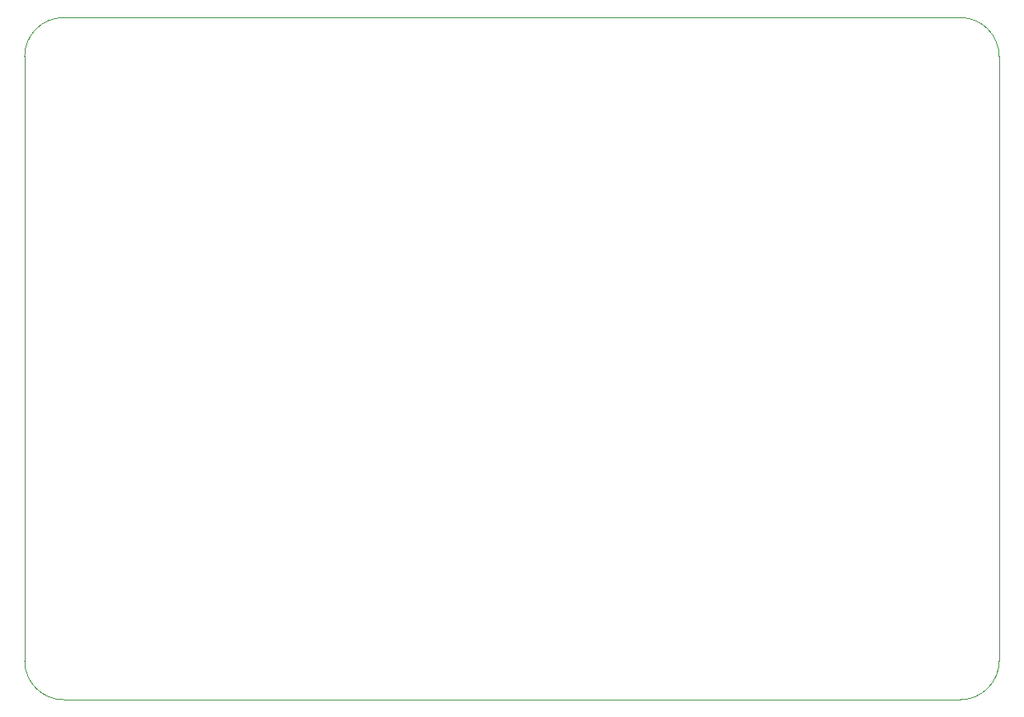
<source format=gm1>
G04 #@! TF.GenerationSoftware,KiCad,Pcbnew,8.0.5*
G04 #@! TF.CreationDate,2024-10-17T19:22:02+09:00*
G04 #@! TF.ProjectId,circuit-esp32-base,63697263-7569-4742-9d65-737033322d62,rev?*
G04 #@! TF.SameCoordinates,Original*
G04 #@! TF.FileFunction,Profile,NP*
%FSLAX46Y46*%
G04 Gerber Fmt 4.6, Leading zero omitted, Abs format (unit mm)*
G04 Created by KiCad (PCBNEW 8.0.5) date 2024-10-17 19:22:02*
%MOMM*%
%LPD*%
G01*
G04 APERTURE LIST*
G04 #@! TA.AperFunction,Profile*
%ADD10C,0.050000*%
G04 #@! TD*
G04 APERTURE END LIST*
D10*
X100000000Y-83500000D02*
G75*
G02*
X104000000Y-79500000I4000000J0D01*
G01*
X200000000Y-145500000D02*
G75*
G02*
X196000000Y-149500000I-4000000J0D01*
G01*
X104000000Y-79500000D02*
X196000000Y-79500000D01*
X196000000Y-79500000D02*
G75*
G02*
X200000000Y-83500000I0J-4000000D01*
G01*
X100000000Y-83500000D02*
X100000000Y-145500000D01*
X104000000Y-149500000D02*
G75*
G02*
X100000000Y-145500000I0J4000000D01*
G01*
X104000000Y-149500000D02*
X196000000Y-149500000D01*
X200000000Y-83500000D02*
X200000000Y-145500000D01*
M02*

</source>
